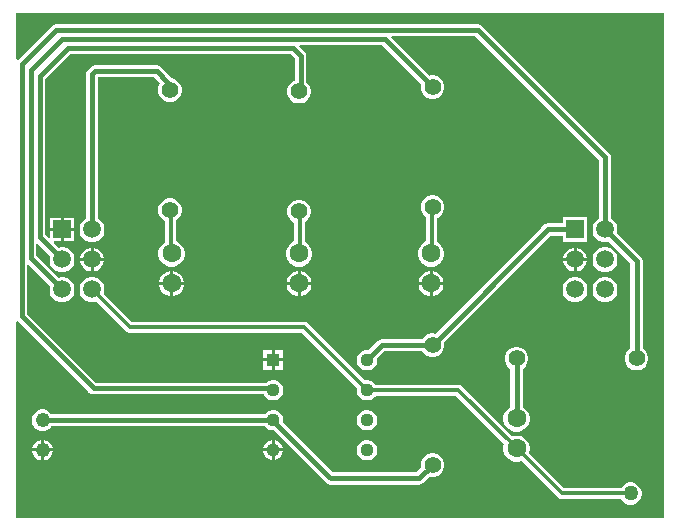
<source format=gbl>
%FSTAX23Y23*%
%MOIN*%
%SFA1B1*%

%IPPOS*%
%ADD23C,0.015000*%
%ADD24C,0.059055*%
%ADD25R,0.059055X0.059055*%
%ADD26C,0.055118*%
%ADD27C,0.062992*%
%ADD28C,0.047638*%
%ADD29R,0.044488X0.044488*%
%ADD30C,0.044488*%
%ADD31C,0.050000*%
%ADD32C,0.012000*%
%ADD33C,0.016000*%
%LNnightlight-1*%
%LPD*%
G36*
X02182Y00022D02*
X00022D01*
Y00677*
X00027Y00679*
X00265Y0044*
X00272Y00436*
X0028Y00435*
X00847*
X00851Y00428*
X00857Y00422*
X00865Y00418*
X00874Y00415*
X00883*
X00891Y00418*
X00899Y00422*
X00906Y00428*
X0091Y00436*
X00912Y00445*
Y00454*
X0091Y00463*
X00906Y00471*
X00899Y00477*
X00891Y00481*
X00883Y00484*
X00874*
X00865Y00481*
X00857Y00477*
X00855Y00474*
X00288*
X00059Y00703*
Y00865*
X00064Y00867*
X00135Y00796*
X00133Y0079*
Y00779*
X00136Y00768*
X00141Y00759*
X00149Y00751*
X00158Y00746*
X00169Y00743*
X0018*
X00191Y00746*
X002Y00751*
X00208Y00759*
X00213Y00768*
X00216Y00779*
Y0079*
X00213Y00801*
X00208Y0081*
X002Y00818*
X00191Y00823*
X0018Y00826*
X00169*
X00163Y00824*
X00089Y00898*
Y00935*
X00094Y00937*
X00135Y00896*
X00133Y0089*
Y00879*
X00136Y00868*
X00141Y00859*
X00149Y00851*
X00158Y00846*
X00169Y00843*
X0018*
X00191Y00846*
X002Y00851*
X00208Y00859*
X00213Y00868*
X00216Y00879*
Y0089*
X00213Y00901*
X00208Y0091*
X002Y00918*
X00191Y00923*
X0018Y00926*
X00169*
X00163Y00924*
X00147Y0094*
X00149Y00945*
X0017*
Y0098*
X00135*
Y00959*
X0013Y00957*
X00119Y00968*
Y01486*
X00203Y0157*
X00935*
X0095Y01555*
Y01481*
X00949Y01481*
X0094Y01476*
X00933Y01469*
X00928Y0146*
X00925Y0145*
Y01439*
X00928Y01429*
X00933Y0142*
X0094Y01413*
X00949Y01408*
X00959Y01405*
X0097*
X0098Y01408*
X00989Y01413*
X00996Y0142*
X01001Y01429*
X01004Y01439*
Y0145*
X01001Y0146*
X00996Y01469*
X00989Y01476*
Y01564*
X00988Y01571*
X00984Y01578*
X00966Y01595*
X00968Y016*
X01241*
X01371Y0147*
X0137Y01465*
Y01454*
X01373Y01444*
X01378Y01435*
X01385Y01428*
X01394Y01423*
X01404Y0142*
X01415*
X01425Y01423*
X01434Y01428*
X01441Y01435*
X01446Y01444*
X01449Y01454*
Y01465*
X01446Y01475*
X01441Y01484*
X01434Y01491*
X01425Y01496*
X01415Y01499*
X01404*
X01399Y01498*
X01272Y01625*
X01274Y0163*
X01551*
X01965Y01216*
Y01021*
X01959Y01018*
X01951Y0101*
X01946Y01001*
X01943Y0099*
Y00979*
X01946Y00968*
X01951Y00959*
X01959Y00951*
X01968Y00946*
X01979Y00943*
X0199*
X01996Y00945*
X02069Y00871*
Y00588*
X02065Y00586*
X02058Y00579*
X02053Y0057*
X0205Y0056*
Y00549*
X02053Y00539*
X02058Y0053*
X02065Y00523*
X02074Y00518*
X02084Y00515*
X02095*
X02105Y00518*
X02114Y00523*
X02121Y0053*
X02126Y00539*
X02129Y00549*
Y0056*
X02126Y0057*
X02121Y00579*
X02114Y00586*
X0211Y00588*
Y0088*
X02108Y00887*
X02104Y00894*
X02025Y00973*
X02026Y00979*
Y0099*
X02023Y01001*
X02018Y0101*
X0201Y01018*
X02004Y01021*
Y01225*
X02003Y01232*
X01999Y01239*
X01574Y01664*
X01567Y01668*
X0156Y01669*
X00155*
X00147Y01668*
X0014Y01664*
X00027Y0155*
X00022Y01552*
Y01707*
X02182*
Y00022*
G37*
%LNnightlight-2*%
%LPC*%
G36*
X0049Y01532D02*
X00285D01*
X00277Y01531*
X0027Y01526*
X0026Y01516*
X00256Y0151*
X00255Y01502*
Y01021*
X00249Y01018*
X00241Y0101*
X00236Y01001*
X00233Y0099*
Y00979*
X00236Y00968*
X00241Y00959*
X00249Y00951*
X00258Y00946*
X00269Y00943*
X0028*
X00291Y00946*
X003Y00951*
X00308Y00959*
X00313Y00968*
X00316Y00979*
Y0099*
X00313Y01001*
X00308Y0101*
X003Y01018*
X00294Y01021*
Y01492*
X00481*
X00502Y01472*
X00498Y01465*
X00495Y01455*
Y01444*
X00498Y01434*
X00503Y01425*
X0051Y01418*
X00519Y01413*
X00529Y0141*
X0054*
X0055Y01413*
X00559Y01418*
X00566Y01425*
X00571Y01434*
X00574Y01444*
Y01455*
X00571Y01465*
X00566Y01474*
X00559Y01481*
X0055Y01486*
X00541Y01489*
X0054Y0149*
X00504Y01526*
X00497Y01531*
X0049Y01532*
G37*
G36*
X01926Y01026D02*
X01843D01*
Y01005*
X01794*
X01786Y01003*
X01779Y00999*
X0177Y0099*
X01769Y00988*
X01419Y00638*
X01415Y00639*
X01404*
X01394Y00636*
X01385Y00631*
X01378Y00624*
X01376Y0062*
X01241*
X01233Y00618*
X01226Y00614*
X01196Y00584*
X01195Y00584*
X01186*
X01178Y00581*
X0117Y00577*
X01163Y00571*
X01159Y00563*
X01157Y00554*
Y00545*
X01159Y00536*
X01163Y00528*
X0117Y00522*
X01178Y00518*
X01186Y00515*
X01195*
X01204Y00518*
X01212Y00522*
X01218Y00528*
X01223Y00536*
X01225Y00545*
Y00554*
X01225Y00555*
X01249Y00579*
X01376*
X01378Y00575*
X01385Y00568*
X01394Y00563*
X01404Y0056*
X01415*
X01425Y00563*
X01434Y00568*
X01441Y00575*
X01446Y00584*
X01449Y00594*
Y00605*
X01448Y00609*
X01799Y0096*
X018Y00962*
X01802Y00964*
X01843*
Y00943*
X01926*
Y01026*
G37*
G36*
X00214Y01024D02*
X0018D01*
Y0099*
X00214*
Y01024*
G37*
G36*
X0017D02*
X00135D01*
Y0099*
X0017*
Y01024*
G37*
G36*
X00214Y0098D02*
X0018D01*
Y00945*
X00214*
Y0098*
G37*
G36*
X0189Y00924D02*
X0189D01*
Y0089*
X01924*
Y0089*
X01921Y009*
X01916Y00909*
X01909Y00916*
X019Y00921*
X0189Y00924*
G37*
G36*
X0028D02*
X0028D01*
Y0089*
X00314*
Y0089*
X00311Y009*
X00306Y00909*
X00299Y00916*
X0029Y00921*
X0028Y00924*
G37*
G36*
X0188D02*
X01879D01*
X01869Y00921*
X0186Y00916*
X01853Y00909*
X01848Y009*
X01845Y0089*
Y0089*
X0188*
Y00924*
G37*
G36*
X0027D02*
X00269D01*
X00259Y00921*
X0025Y00916*
X00243Y00909*
X00238Y009*
X00235Y0089*
Y0089*
X0027*
Y00924*
G37*
G36*
X01415Y01099D02*
X01404D01*
X01394Y01096*
X01385Y01091*
X01378Y01084*
X01373Y01075*
X0137Y01065*
Y01054*
X01373Y01044*
X01378Y01035*
X01385Y01028*
X01389Y01026*
Y00945*
X01388Y00945*
X01378Y00939*
X0137Y00931*
X01364Y00921*
X01361Y0091*
Y00899*
X01364Y00888*
X0137Y00878*
X01378Y0087*
X01388Y00864*
X01399Y00861*
X0141*
X01421Y00864*
X01431Y0087*
X01439Y00878*
X01445Y00888*
X01448Y00899*
Y0091*
X01445Y00921*
X01439Y00931*
X01431Y00939*
X01425Y00943*
Y01023*
X01434Y01028*
X01441Y01035*
X01446Y01044*
X01449Y01054*
Y01065*
X01446Y01075*
X01441Y01084*
X01434Y01091*
X01425Y01096*
X01415Y01099*
G37*
G36*
X0097Y01084D02*
X00959D01*
X00949Y01081*
X0094Y01076*
X00933Y01069*
X00928Y0106*
X00925Y0105*
Y01039*
X00928Y01029*
X00933Y0102*
X0094Y01013*
X00949Y01008*
Y00945*
X00948Y00945*
X00938Y00939*
X0093Y00931*
X00924Y00921*
X00921Y0091*
Y00899*
X00924Y00888*
X0093Y00878*
X00938Y0087*
X00948Y00864*
X00959Y00861*
X0097*
X00981Y00864*
X00991Y0087*
X00999Y00878*
X01005Y00888*
X01008Y00899*
Y0091*
X01005Y00921*
X00999Y00931*
X00991Y00939*
X00985Y00943*
Y01011*
X00989Y01013*
X00996Y0102*
X01001Y01029*
X01004Y01039*
Y0105*
X01001Y0106*
X00996Y01069*
X00989Y01076*
X0098Y01081*
X0097Y01084*
G37*
G36*
X0054Y01089D02*
X00529D01*
X00519Y01086*
X0051Y01081*
X00503Y01074*
X00498Y01065*
X00495Y01055*
Y01044*
X00498Y01034*
X00503Y01025*
X0051Y01018*
X00519Y01013*
Y00943*
X00513Y00939*
X00505Y00931*
X00499Y00921*
X00496Y0091*
Y00899*
X00499Y00888*
X00505Y00878*
X00513Y0087*
X00523Y00864*
X00534Y00861*
X00545*
X00556Y00864*
X00566Y0087*
X00574Y00878*
X0058Y00888*
X00583Y00899*
Y0091*
X0058Y00921*
X00574Y00931*
X00566Y00939*
X00556Y00945*
X00555Y00945*
Y01016*
X00559Y01018*
X00566Y01025*
X00571Y01034*
X00574Y01044*
Y01055*
X00571Y01065*
X00566Y01074*
X00559Y01081*
X0055Y01086*
X0054Y01089*
G37*
G36*
X01924Y0088D02*
X0189D01*
Y00845*
X0189*
X019Y00848*
X01909Y00853*
X01916Y0086*
X01921Y00869*
X01924Y00879*
Y0088*
G37*
G36*
X0188D02*
X01845D01*
Y00879*
X01848Y00869*
X01853Y0086*
X0186Y00853*
X01869Y00848*
X01879Y00845*
X0188*
Y0088*
G37*
G36*
X00314D02*
X0028D01*
Y00845*
X0028*
X0029Y00848*
X00299Y00853*
X00306Y0086*
X00311Y00869*
X00314Y00879*
Y0088*
G37*
G36*
X0027D02*
X00235D01*
Y00879*
X00238Y00869*
X00243Y0086*
X0025Y00853*
X00259Y00848*
X00269Y00845*
X0027*
Y0088*
G37*
G36*
X0199Y00926D02*
X01979D01*
X01968Y00923*
X01959Y00918*
X01951Y0091*
X01946Y00901*
X01943Y0089*
Y00879*
X01946Y00868*
X01951Y00859*
X01959Y00851*
X01968Y00846*
X01979Y00843*
X0199*
X02001Y00846*
X0201Y00851*
X02018Y00859*
X02023Y00868*
X02026Y00879*
Y0089*
X02023Y00901*
X02018Y0091*
X0201Y00918*
X02001Y00923*
X0199Y00926*
G37*
G36*
X00545Y00846D02*
X00545D01*
Y0081*
X00581*
Y0081*
X00578Y00821*
X00573Y0083*
X00565Y00838*
X00556Y00843*
X00545Y00846*
G37*
G36*
X0141D02*
X0141D01*
Y0081*
X01446*
Y0081*
X01443Y00821*
X01438Y0083*
X0143Y00838*
X01421Y00843*
X0141Y00846*
G37*
G36*
X0097D02*
X0097D01*
Y0081*
X01006*
Y0081*
X01003Y00821*
X00998Y0083*
X0099Y00838*
X00981Y00843*
X0097Y00846*
G37*
G36*
X00535D02*
X00534D01*
X00523Y00843*
X00514Y00838*
X00506Y0083*
X00501Y00821*
X00498Y0081*
Y0081*
X00535*
Y00846*
G37*
G36*
X014D02*
X01399D01*
X01388Y00843*
X01379Y00838*
X01371Y0083*
X01366Y00821*
X01363Y0081*
Y0081*
X014*
Y00846*
G37*
G36*
X0096D02*
X00959D01*
X00948Y00843*
X00939Y00838*
X00931Y0083*
X00926Y00821*
X00923Y0081*
Y0081*
X0096*
Y00846*
G37*
G36*
X01446Y008D02*
X0141D01*
Y00763*
X0141*
X01421Y00766*
X0143Y00771*
X01438Y00779*
X01443Y00788*
X01446Y00799*
Y008*
G37*
G36*
X014D02*
X01363D01*
Y00799*
X01366Y00788*
X01371Y00779*
X01379Y00771*
X01388Y00766*
X01399Y00763*
X014*
Y008*
G37*
G36*
X01006D02*
X0097D01*
Y00763*
X0097*
X00981Y00766*
X0099Y00771*
X00998Y00779*
X01003Y00788*
X01006Y00799*
Y008*
G37*
G36*
X0096D02*
X00923D01*
Y00799*
X00926Y00788*
X00931Y00779*
X00939Y00771*
X00948Y00766*
X00959Y00763*
X0096*
Y008*
G37*
G36*
X00581D02*
X00545D01*
Y00763*
X00545*
X00556Y00766*
X00565Y00771*
X00573Y00779*
X00578Y00788*
X00581Y00799*
Y008*
G37*
G36*
X00535D02*
X00498D01*
Y00799*
X00501Y00788*
X00506Y00779*
X00514Y00771*
X00523Y00766*
X00534Y00763*
X00535*
Y008*
G37*
G36*
X0199Y00826D02*
X01979D01*
X01968Y00823*
X01959Y00818*
X01951Y0081*
X01946Y00801*
X01943Y0079*
Y00779*
X01946Y00768*
X01951Y00759*
X01959Y00751*
X01968Y00746*
X01979Y00743*
X0199*
X02001Y00746*
X0201Y00751*
X02018Y00759*
X02023Y00768*
X02026Y00779*
Y0079*
X02023Y00801*
X02018Y0081*
X0201Y00818*
X02001Y00823*
X0199Y00826*
G37*
G36*
X0189D02*
X01879D01*
X01868Y00823*
X01859Y00818*
X01851Y0081*
X01846Y00801*
X01843Y0079*
Y00779*
X01846Y00768*
X01851Y00759*
X01859Y00751*
X01868Y00746*
X01879Y00743*
X0189*
X01901Y00746*
X0191Y00751*
X01918Y00759*
X01923Y00768*
X01926Y00779*
Y0079*
X01923Y00801*
X01918Y0081*
X0191Y00818*
X01901Y00823*
X0189Y00826*
G37*
G36*
X0091Y00582D02*
X00883D01*
Y00555*
X0091*
Y00582*
G37*
G36*
X00873D02*
X00846D01*
Y00555*
X00873*
Y00582*
G37*
G36*
X0091Y00545D02*
X00883D01*
Y00517*
X0091*
Y00545*
G37*
G36*
X00873D02*
X00846D01*
Y00517*
X00873*
Y00545*
G37*
G36*
X01195Y00384D02*
X01186D01*
X01178Y00381*
X0117Y00377*
X01163Y00371*
X01159Y00363*
X01157Y00354*
Y00345*
X01159Y00336*
X01163Y00328*
X0117Y00322*
X01178Y00318*
X01186Y00315*
X01195*
X01204Y00318*
X01212Y00322*
X01218Y00328*
X01223Y00336*
X01225Y00345*
Y00354*
X01223Y00363*
X01218Y00371*
X01212Y00377*
X01204Y00381*
X01195Y00384*
G37*
G36*
X01695Y00594D02*
X01684D01*
X01674Y00591*
X01665Y00586*
X01658Y00579*
X01653Y0057*
X0165Y0056*
Y00549*
X01653Y00539*
X01658Y0053*
X01665Y00523*
X01669Y00521*
Y00393*
X01663Y00389*
X01655Y00381*
X01649Y00371*
X01646Y0036*
Y00349*
X01649Y00338*
X01655Y00328*
X01663Y0032*
X01673Y00314*
X01684Y00311*
X01695*
X01706Y00314*
X01716Y0032*
X01724Y00328*
X0173Y00338*
X01733Y00349*
Y0036*
X0173Y00371*
X01724Y00381*
X01716Y00389*
X0171Y00393*
Y00521*
X01714Y00523*
X01721Y0053*
X01726Y00539*
X01729Y00549*
Y0056*
X01726Y0057*
X01721Y00579*
X01714Y00586*
X01705Y00591*
X01695Y00594*
G37*
G36*
X00115Y00283D02*
Y00255D01*
X00143*
X00141Y00263*
X00137Y0027*
X0013Y00277*
X00123Y00281*
X00115Y00283*
G37*
G36*
X00883Y00282D02*
Y00255D01*
X0091*
X00908Y00262*
X00904Y00269*
X00898Y00275*
X00891Y0028*
X00883Y00282*
G37*
G36*
X00873D02*
X00866Y0028D01*
X00858Y00275*
X00852Y00269*
X00848Y00262*
X00846Y00255*
X00873*
Y00282*
G37*
G36*
X00105Y00283D02*
X00096Y00281D01*
X00089Y00277*
X00082Y0027*
X00078Y00263*
X00076Y00255*
X00105*
Y00283*
G37*
G36*
X0091Y00245D02*
X00883D01*
Y00217*
X00891Y00219*
X00898Y00224*
X00904Y0023*
X00908Y00237*
X0091Y00245*
G37*
G36*
X00873D02*
X00846D01*
X00848Y00237*
X00852Y0023*
X00858Y00224*
X00866Y00219*
X00873Y00217*
Y00245*
G37*
G36*
X00143D02*
X00115D01*
Y00216*
X00123Y00218*
X0013Y00222*
X00137Y00229*
X00141Y00236*
X00143Y00245*
G37*
G36*
X00105D02*
X00076D01*
X00078Y00236*
X00082Y00229*
X00089Y00222*
X00096Y00218*
X00105Y00216*
Y00245*
G37*
G36*
X01195Y00284D02*
X01186D01*
X01178Y00281*
X0117Y00277*
X01163Y00271*
X01159Y00263*
X01157Y00254*
Y00245*
X01159Y00236*
X01163Y00228*
X0117Y00222*
X01178Y00218*
X01186Y00215*
X01195*
X01204Y00218*
X01212Y00222*
X01218Y00228*
X01223Y00236*
X01225Y00245*
Y00254*
X01223Y00263*
X01218Y00271*
X01212Y00277*
X01204Y00281*
X01195Y00284*
G37*
G36*
X00114Y00385D02*
X00105D01*
X00096Y00383*
X00088Y00378*
X00081Y00371*
X00076Y00363*
X00074Y00354*
Y00345*
X00076Y00336*
X00081Y00328*
X00088Y00321*
X00096Y00316*
X00105Y00314*
X00114*
X00123Y00316*
X00131Y00321*
X00138Y00328*
X00139Y00329*
X0085*
X00851Y00328*
X00857Y00322*
X00865Y00318*
X00874Y00315*
X0088*
X0105Y00145*
X01055Y0014*
Y0014*
X01062Y00136*
X0107Y00134*
X01365*
X01372Y00136*
X01379Y0014*
X014Y00161*
X01404Y0016*
X01415*
X01425Y00163*
X01434Y00168*
X01441Y00175*
X01446Y00184*
X01449Y00194*
Y00205*
X01446Y00215*
X01441Y00224*
X01434Y00231*
X01425Y00236*
X01415Y00239*
X01404*
X01394Y00236*
X01385Y00231*
X01378Y00224*
X01373Y00215*
X0137Y00205*
Y00194*
X01371Y0019*
X01356Y00175*
X01078*
X00911Y00341*
X00912Y00345*
Y00354*
X0091Y00363*
X00906Y00371*
X00899Y00377*
X00891Y00381*
X00883Y00384*
X00874*
X00865Y00381*
X00857Y00377*
X00851Y00371*
X0085Y0037*
X00139*
X00138Y00371*
X00131Y00378*
X00123Y00383*
X00114Y00385*
G37*
G36*
X0028Y00826D02*
X00269D01*
X00258Y00823*
X00249Y00818*
X00241Y0081*
X00236Y00801*
X00233Y0079*
Y00779*
X00236Y00768*
X00241Y00759*
X00249Y00751*
X00258Y00746*
X00269Y00743*
X0028*
X00288Y00745*
X00387Y00647*
X00392Y00643*
X004Y00641*
X00973*
X01157Y00457*
X01157Y00454*
Y00445*
X01159Y00436*
X01163Y00428*
X0117Y00422*
X01178Y00418*
X01186Y00415*
X01195*
X01204Y00418*
X01212Y00422*
X01218Y00428*
X0122Y00431*
X01487*
X01649Y0027*
X01646Y0026*
Y00249*
X01649Y00238*
X01655Y00228*
X01663Y0022*
X01673Y00214*
X01684Y00211*
X01695*
X01705Y00214*
X01827Y00092*
X01832Y00088*
X0184Y00086*
X02037*
X0204Y00082*
X02047Y00075*
X02055Y0007*
X02065Y00068*
X02074*
X02084Y0007*
X02092Y00075*
X02099Y00082*
X02104Y0009*
X02107Y001*
Y00109*
X02104Y00119*
X02099Y00127*
X02092Y00134*
X02084Y00139*
X02074Y00142*
X02065*
X02055Y00139*
X02047Y00134*
X0204Y00127*
X02037Y00123*
X01847*
X01731Y00239*
X01733Y00249*
Y0026*
X0173Y00271*
X01724Y00281*
X01716Y00289*
X01706Y00295*
X01695Y00298*
X01684*
X01674Y00296*
X01507Y00462*
X01502Y00466*
X01495Y00468*
X0122*
X01218Y00471*
X01212Y00477*
X01204Y00481*
X01195Y00484*
X01186*
X01183Y00483*
X00994Y00672*
X00988Y00676*
X00981Y00678*
X00407*
X00314Y00771*
X00316Y00779*
Y0079*
X00313Y00801*
X00308Y0081*
X003Y00818*
X00291Y00823*
X0028Y00826*
G37*
%LNnightlight-3*%
%LPD*%
G54D23*
X001Y0096D02*
X00175Y00885D01*
X001Y01495D02*
X00195Y0159D01*
X001Y0096D02*
Y01495D01*
X0007Y01515D02*
X00175Y0162D01*
X0007Y0089D02*
X00175Y00785D01*
X0007Y0089D02*
Y01515D01*
X00944Y0159D02*
X0097Y01564D01*
X00195Y0159D02*
X00944D01*
X0156Y0165D02*
X01985Y01225D01*
X0004Y01535D02*
X00155Y0165D01*
X0156*
X0125Y0162D02*
X0141Y0146D01*
X00175Y0162D02*
X0125D01*
X00526Y01458D02*
Y01476D01*
X0049Y01512D02*
X00526Y01476D01*
X00275Y01502D02*
X00285Y01512D01*
X00275Y00985D02*
Y01502D01*
X00285Y01512D02*
X0049D01*
X0028Y00455D02*
X00878D01*
X0004Y00695D02*
X0028Y00455D01*
X01985Y00985D02*
Y01225D01*
X0097Y0145D02*
Y01564D01*
X0004Y00695D02*
Y01535D01*
G54D24*
X01985Y00785D03*
X01885D03*
X01985Y00885D03*
X01885D03*
X01985Y00985D03*
X00275D03*
X00175Y00885D03*
X00275D03*
X00175Y00785D03*
X00275D03*
G54D25*
X01885Y00985D03*
X00175D03*
G54D26*
X00965Y01445D03*
Y01045D03*
X0141Y0146D03*
Y0106D03*
X00535Y0145D03*
Y0105D03*
X0141Y002D03*
Y006D03*
X0169Y00555D03*
X0209D03*
G54D27*
X01405Y00905D03*
Y00805D03*
X0054Y00905D03*
Y00805D03*
X00965Y00905D03*
Y00805D03*
X0169Y00255D03*
Y00355D03*
G54D28*
X0011Y0035D03*
Y0025D03*
G54D29*
X00878Y0055D03*
G54D30*
X00878Y0045D03*
Y0035D03*
Y0025D03*
X01191D03*
Y0035D03*
Y0045D03*
Y0055D03*
G54D31*
X0207Y00105D03*
G54D32*
X0184Y00105D02*
X0206D01*
X0169Y00255D02*
X0184Y00105D01*
X00981Y0066D02*
X01191Y0045D01*
X00275Y00785D02*
X004Y0066D01*
X00981*
X01407Y00912D02*
Y01062D01*
X00967Y00912D02*
Y01047D01*
X00537Y00912D02*
Y01057D01*
X01495Y0045D02*
X0169Y00255D01*
X01191Y0045D02*
X01495D01*
G54D33*
X0169Y00355D02*
Y00555D01*
X0209D02*
Y0088D01*
X01985Y00985D02*
X0209Y0088D01*
X00878Y00346D02*
X01065Y00159D01*
X0107Y00155*
X00878Y00346D02*
Y0035D01*
X0107Y00155D02*
X01365D01*
X0141Y002*
X01191Y0055D02*
X01241Y006D01*
X0141*
X01785Y00975D02*
X01794Y00985D01*
X01785Y00975D02*
Y00975D01*
X01794Y00985D02*
X01885D01*
X0141Y006D02*
X01785Y00975D01*
X0011Y0035D02*
X00878D01*
M02*
</source>
